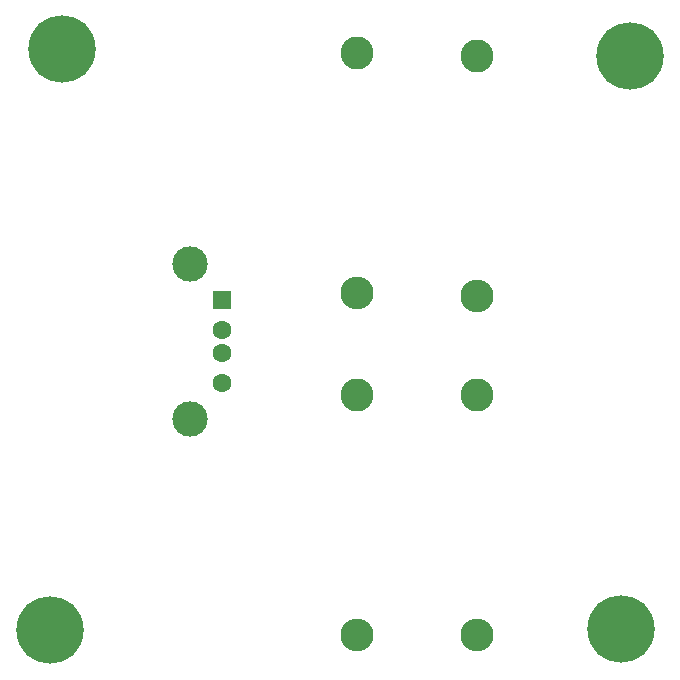
<source format=gbl>
%TF.GenerationSoftware,KiCad,Pcbnew,(6.0.7-1)-1*%
%TF.CreationDate,2022-09-01T10:44:34+09:00*%
%TF.ProjectId,Battery,42617474-6572-4792-9e6b-696361645f70,rev?*%
%TF.SameCoordinates,Original*%
%TF.FileFunction,Copper,L2,Bot*%
%TF.FilePolarity,Positive*%
%FSLAX46Y46*%
G04 Gerber Fmt 4.6, Leading zero omitted, Abs format (unit mm)*
G04 Created by KiCad (PCBNEW (6.0.7-1)-1) date 2022-09-01 10:44:34*
%MOMM*%
%LPD*%
G01*
G04 APERTURE LIST*
%TA.AperFunction,ComponentPad*%
%ADD10C,5.700000*%
%TD*%
%TA.AperFunction,ComponentPad*%
%ADD11C,2.800000*%
%TD*%
%TA.AperFunction,ComponentPad*%
%ADD12O,2.800000X2.800000*%
%TD*%
%TA.AperFunction,ComponentPad*%
%ADD13R,1.500000X1.600000*%
%TD*%
%TA.AperFunction,ComponentPad*%
%ADD14C,1.600000*%
%TD*%
%TA.AperFunction,ComponentPad*%
%ADD15C,3.000000*%
%TD*%
G04 APERTURE END LIST*
D10*
%TO.P,REF\u002A\u002A,1*%
%TO.N,N/C*%
X98462000Y-108294000D03*
%TD*%
%TO.P,REF\u002A\u002A,1*%
%TO.N,N/C*%
X146812000Y-108204000D03*
%TD*%
%TO.P,REF\u002A\u002A,1*%
%TO.N,N/C*%
X147574000Y-59690000D03*
%TD*%
%TO.P,REF\u002A\u002A,1*%
%TO.N,N/C*%
X99462000Y-59128000D03*
%TD*%
D11*
%TO.P,R4,1*%
%TO.N,Net-(J1-Pad3)*%
X134620000Y-88392000D03*
D12*
%TO.P,R4,2*%
%TO.N,GND*%
X134620000Y-108712000D03*
%TD*%
D11*
%TO.P,R3,1*%
%TO.N,+5VP*%
X134620000Y-59690000D03*
D12*
%TO.P,R3,2*%
%TO.N,Net-(J1-Pad3)*%
X134620000Y-80010000D03*
%TD*%
D11*
%TO.P,R2,1*%
%TO.N,Net-(J1-Pad2)*%
X124434000Y-88418000D03*
D12*
%TO.P,R2,2*%
%TO.N,GND*%
X124434000Y-108738000D03*
%TD*%
D11*
%TO.P,R1,1*%
%TO.N,+5VP*%
X124434000Y-59462000D03*
D12*
%TO.P,R1,2*%
%TO.N,Net-(J1-Pad2)*%
X124434000Y-79782000D03*
%TD*%
D13*
%TO.P,J1,1,VBUS*%
%TO.N,+5VP*%
X113030000Y-80346000D03*
D14*
%TO.P,J1,2,D-*%
%TO.N,Net-(J1-Pad2)*%
X113030000Y-82846000D03*
%TO.P,J1,3,D+*%
%TO.N,Net-(J1-Pad3)*%
X113030000Y-84846000D03*
%TO.P,J1,4,GND*%
%TO.N,GND*%
X113030000Y-87346000D03*
D15*
%TO.P,J1,5,Shield*%
X110320000Y-90416000D03*
X110320000Y-77276000D03*
%TD*%
M02*

</source>
